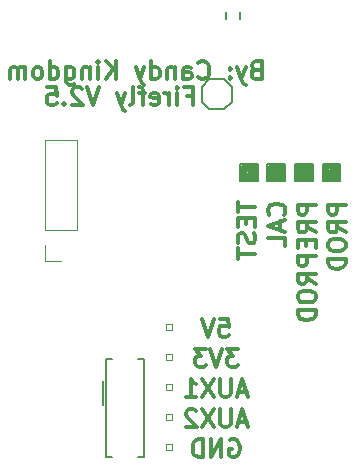
<source format=gbr>
G04 #@! TF.FileFunction,Legend,Bot*
%FSLAX46Y46*%
G04 Gerber Fmt 4.6, Leading zero omitted, Abs format (unit mm)*
G04 Created by KiCad (PCBNEW 4.0.7-e2-6376~61~ubuntu18.04.1) date Mon Jul 23 20:51:16 2018*
%MOMM*%
%LPD*%
G01*
G04 APERTURE LIST*
%ADD10C,0.100000*%
%ADD11C,0.300000*%
%ADD12C,0.150000*%
%ADD13C,0.066040*%
%ADD14C,0.152400*%
%ADD15C,0.203200*%
%ADD16C,0.120000*%
G04 APERTURE END LIST*
D10*
D11*
X166992857Y-50142857D02*
X166778571Y-50214286D01*
X166707143Y-50285714D01*
X166635714Y-50428571D01*
X166635714Y-50642857D01*
X166707143Y-50785714D01*
X166778571Y-50857143D01*
X166921429Y-50928571D01*
X167492857Y-50928571D01*
X167492857Y-49428571D01*
X166992857Y-49428571D01*
X166850000Y-49500000D01*
X166778571Y-49571429D01*
X166707143Y-49714286D01*
X166707143Y-49857143D01*
X166778571Y-50000000D01*
X166850000Y-50071429D01*
X166992857Y-50142857D01*
X167492857Y-50142857D01*
X166135714Y-49928571D02*
X165778571Y-50928571D01*
X165421429Y-49928571D02*
X165778571Y-50928571D01*
X165921429Y-51285714D01*
X165992857Y-51357143D01*
X166135714Y-51428571D01*
X164850000Y-50785714D02*
X164778572Y-50857143D01*
X164850000Y-50928571D01*
X164921429Y-50857143D01*
X164850000Y-50785714D01*
X164850000Y-50928571D01*
X164850000Y-50000000D02*
X164778572Y-50071429D01*
X164850000Y-50142857D01*
X164921429Y-50071429D01*
X164850000Y-50000000D01*
X164850000Y-50142857D01*
X162135714Y-50785714D02*
X162207143Y-50857143D01*
X162421429Y-50928571D01*
X162564286Y-50928571D01*
X162778571Y-50857143D01*
X162921429Y-50714286D01*
X162992857Y-50571429D01*
X163064286Y-50285714D01*
X163064286Y-50071429D01*
X162992857Y-49785714D01*
X162921429Y-49642857D01*
X162778571Y-49500000D01*
X162564286Y-49428571D01*
X162421429Y-49428571D01*
X162207143Y-49500000D01*
X162135714Y-49571429D01*
X160850000Y-50928571D02*
X160850000Y-50142857D01*
X160921429Y-50000000D01*
X161064286Y-49928571D01*
X161350000Y-49928571D01*
X161492857Y-50000000D01*
X160850000Y-50857143D02*
X160992857Y-50928571D01*
X161350000Y-50928571D01*
X161492857Y-50857143D01*
X161564286Y-50714286D01*
X161564286Y-50571429D01*
X161492857Y-50428571D01*
X161350000Y-50357143D01*
X160992857Y-50357143D01*
X160850000Y-50285714D01*
X160135714Y-49928571D02*
X160135714Y-50928571D01*
X160135714Y-50071429D02*
X160064286Y-50000000D01*
X159921428Y-49928571D01*
X159707143Y-49928571D01*
X159564286Y-50000000D01*
X159492857Y-50142857D01*
X159492857Y-50928571D01*
X158135714Y-50928571D02*
X158135714Y-49428571D01*
X158135714Y-50857143D02*
X158278571Y-50928571D01*
X158564285Y-50928571D01*
X158707143Y-50857143D01*
X158778571Y-50785714D01*
X158850000Y-50642857D01*
X158850000Y-50214286D01*
X158778571Y-50071429D01*
X158707143Y-50000000D01*
X158564285Y-49928571D01*
X158278571Y-49928571D01*
X158135714Y-50000000D01*
X157564285Y-49928571D02*
X157207142Y-50928571D01*
X156850000Y-49928571D02*
X157207142Y-50928571D01*
X157350000Y-51285714D01*
X157421428Y-51357143D01*
X157564285Y-51428571D01*
X155135714Y-50928571D02*
X155135714Y-49428571D01*
X154278571Y-50928571D02*
X154921428Y-50071429D01*
X154278571Y-49428571D02*
X155135714Y-50285714D01*
X153635714Y-50928571D02*
X153635714Y-49928571D01*
X153635714Y-49428571D02*
X153707143Y-49500000D01*
X153635714Y-49571429D01*
X153564286Y-49500000D01*
X153635714Y-49428571D01*
X153635714Y-49571429D01*
X152921428Y-49928571D02*
X152921428Y-50928571D01*
X152921428Y-50071429D02*
X152850000Y-50000000D01*
X152707142Y-49928571D01*
X152492857Y-49928571D01*
X152350000Y-50000000D01*
X152278571Y-50142857D01*
X152278571Y-50928571D01*
X150921428Y-49928571D02*
X150921428Y-51142857D01*
X150992857Y-51285714D01*
X151064285Y-51357143D01*
X151207142Y-51428571D01*
X151421428Y-51428571D01*
X151564285Y-51357143D01*
X150921428Y-50857143D02*
X151064285Y-50928571D01*
X151349999Y-50928571D01*
X151492857Y-50857143D01*
X151564285Y-50785714D01*
X151635714Y-50642857D01*
X151635714Y-50214286D01*
X151564285Y-50071429D01*
X151492857Y-50000000D01*
X151349999Y-49928571D01*
X151064285Y-49928571D01*
X150921428Y-50000000D01*
X149564285Y-50928571D02*
X149564285Y-49428571D01*
X149564285Y-50857143D02*
X149707142Y-50928571D01*
X149992856Y-50928571D01*
X150135714Y-50857143D01*
X150207142Y-50785714D01*
X150278571Y-50642857D01*
X150278571Y-50214286D01*
X150207142Y-50071429D01*
X150135714Y-50000000D01*
X149992856Y-49928571D01*
X149707142Y-49928571D01*
X149564285Y-50000000D01*
X148635713Y-50928571D02*
X148778571Y-50857143D01*
X148849999Y-50785714D01*
X148921428Y-50642857D01*
X148921428Y-50214286D01*
X148849999Y-50071429D01*
X148778571Y-50000000D01*
X148635713Y-49928571D01*
X148421428Y-49928571D01*
X148278571Y-50000000D01*
X148207142Y-50071429D01*
X148135713Y-50214286D01*
X148135713Y-50642857D01*
X148207142Y-50785714D01*
X148278571Y-50857143D01*
X148421428Y-50928571D01*
X148635713Y-50928571D01*
X147492856Y-50928571D02*
X147492856Y-49928571D01*
X147492856Y-50071429D02*
X147421428Y-50000000D01*
X147278570Y-49928571D01*
X147064285Y-49928571D01*
X146921428Y-50000000D01*
X146849999Y-50142857D01*
X146849999Y-50928571D01*
X146849999Y-50142857D02*
X146778570Y-50000000D01*
X146635713Y-49928571D01*
X146421428Y-49928571D01*
X146278570Y-50000000D01*
X146207142Y-50142857D01*
X146207142Y-50928571D01*
D12*
X173100000Y-59200000D02*
X173100000Y-58300000D01*
X173450000Y-58900000D02*
X173100000Y-59200000D01*
X173450000Y-58800000D02*
X173450000Y-58900000D01*
X173550000Y-58800000D02*
X173450000Y-58800000D01*
X173550000Y-58950000D02*
X173550000Y-58800000D01*
X173350000Y-58950000D02*
X173550000Y-58950000D01*
X173350000Y-58900000D02*
X173350000Y-58950000D01*
X173350000Y-58700000D02*
X173350000Y-58900000D01*
X173650000Y-58700000D02*
X173350000Y-58700000D01*
X173650000Y-59050000D02*
X173650000Y-58700000D01*
X173250000Y-59050000D02*
X173650000Y-59050000D01*
X173250000Y-59000000D02*
X173250000Y-59050000D01*
X173250000Y-58600000D02*
X173250000Y-59000000D01*
X173750000Y-58600000D02*
X173250000Y-58600000D01*
X173750000Y-59150000D02*
X173750000Y-58600000D01*
X173150000Y-59150000D02*
X173750000Y-59150000D01*
X173150000Y-58450000D02*
X173150000Y-59150000D01*
X173850000Y-58450000D02*
X173150000Y-58450000D01*
X173850000Y-59300000D02*
X173850000Y-58450000D01*
X173000000Y-59300000D02*
X173850000Y-59300000D01*
X173000000Y-58300000D02*
X173000000Y-59300000D01*
X173950000Y-58300000D02*
X173000000Y-58300000D01*
X173950000Y-59400000D02*
X173950000Y-58300000D01*
X172850000Y-59400000D02*
X173950000Y-59400000D01*
X172850000Y-58200000D02*
X172850000Y-59400000D01*
X174050000Y-58200000D02*
X172850000Y-58200000D01*
X174050000Y-59500000D02*
X174050000Y-58200000D01*
X172750000Y-59500000D02*
X174050000Y-59500000D01*
X172750000Y-58200000D02*
X172750000Y-59500000D01*
X171150000Y-58850000D02*
X171150000Y-58950000D01*
X171050000Y-58850000D02*
X171150000Y-58850000D01*
X171050000Y-58700000D02*
X171050000Y-58850000D01*
X171250000Y-58700000D02*
X171050000Y-58700000D01*
X171250000Y-59000000D02*
X171250000Y-58700000D01*
X170950000Y-59000000D02*
X171250000Y-59000000D01*
X170950000Y-58600000D02*
X170950000Y-59000000D01*
X171350000Y-58600000D02*
X170950000Y-58600000D01*
X171350000Y-59100000D02*
X171350000Y-58600000D01*
X170850000Y-59100000D02*
X171350000Y-59100000D01*
X170850000Y-58450000D02*
X170850000Y-59100000D01*
X170950000Y-58450000D02*
X170850000Y-58450000D01*
X171450000Y-58450000D02*
X170950000Y-58450000D01*
X171450000Y-59200000D02*
X171450000Y-58450000D01*
X170750000Y-59200000D02*
X171450000Y-59200000D01*
X170750000Y-58400000D02*
X170750000Y-59200000D01*
X171550000Y-58400000D02*
X170750000Y-58400000D01*
X171550000Y-59300000D02*
X171550000Y-58400000D01*
X170650000Y-59300000D02*
X171550000Y-59300000D01*
X170650000Y-58300000D02*
X170650000Y-59300000D01*
X171650000Y-58300000D02*
X170650000Y-58300000D01*
X171650000Y-59400000D02*
X171650000Y-58300000D01*
X170550000Y-59400000D02*
X171650000Y-59400000D01*
X170550000Y-58200000D02*
X170550000Y-59400000D01*
X171750000Y-58200000D02*
X170550000Y-58200000D01*
X171750000Y-59500000D02*
X171750000Y-58200000D01*
X170450000Y-59500000D02*
X171750000Y-59500000D01*
X170450000Y-58200000D02*
X170450000Y-59500000D01*
X168600000Y-58950000D02*
X168550000Y-58900000D01*
X168800000Y-58950000D02*
X168600000Y-58950000D01*
X168800000Y-58800000D02*
X168800000Y-58950000D01*
X168450000Y-58800000D02*
X168800000Y-58800000D01*
X168450000Y-59050000D02*
X168450000Y-58800000D01*
X168900000Y-59050000D02*
X168450000Y-59050000D01*
X168900000Y-58700000D02*
X168900000Y-59050000D01*
X168350000Y-58700000D02*
X168900000Y-58700000D01*
X168350000Y-59150000D02*
X168350000Y-58700000D01*
X169000000Y-59150000D02*
X168350000Y-59150000D01*
X169000000Y-58600000D02*
X169000000Y-59150000D01*
X168250000Y-58600000D02*
X169000000Y-58600000D01*
X168250000Y-59300000D02*
X168250000Y-58600000D01*
X169050000Y-59300000D02*
X168250000Y-59300000D01*
X169050000Y-59250000D02*
X169050000Y-59300000D01*
X169150000Y-59300000D02*
X169050000Y-59250000D01*
X169100000Y-59250000D02*
X169150000Y-59300000D01*
X169100000Y-58500000D02*
X169100000Y-59250000D01*
X169200000Y-58500000D02*
X169100000Y-58500000D01*
X168150000Y-58500000D02*
X169200000Y-58500000D01*
X168150000Y-59400000D02*
X168150000Y-58500000D01*
X169250000Y-59400000D02*
X168150000Y-59400000D01*
X169250000Y-58400000D02*
X169250000Y-59400000D01*
X169300000Y-58400000D02*
X169250000Y-58400000D01*
X168050000Y-58400000D02*
X169300000Y-58400000D01*
X168050000Y-58250000D02*
X168050000Y-58400000D01*
X168050000Y-59500000D02*
X168050000Y-58250000D01*
X169350000Y-59500000D02*
X168050000Y-59500000D01*
X169350000Y-58250000D02*
X169350000Y-59500000D01*
X168100000Y-58250000D02*
X169350000Y-58250000D01*
X166500000Y-58850000D02*
X166600000Y-58850000D01*
X166300000Y-58850000D02*
X166500000Y-58850000D01*
X166300000Y-58950000D02*
X166300000Y-58850000D01*
X166600000Y-58950000D02*
X166300000Y-58950000D01*
X166600000Y-58750000D02*
X166600000Y-58950000D01*
X166550000Y-58750000D02*
X166600000Y-58750000D01*
X166200000Y-58750000D02*
X166550000Y-58750000D01*
X166200000Y-59100000D02*
X166200000Y-58750000D01*
X166600000Y-59100000D02*
X166200000Y-59100000D01*
X166700000Y-59050000D02*
X166700000Y-59100000D01*
X166700000Y-58650000D02*
X166700000Y-59050000D01*
X166100000Y-58650000D02*
X166700000Y-58650000D01*
X166100000Y-59200000D02*
X166100000Y-58650000D01*
X166800000Y-59200000D02*
X166100000Y-59200000D01*
X166800000Y-58550000D02*
X166800000Y-59200000D01*
X166000000Y-58550000D02*
X166800000Y-58550000D01*
X166000000Y-59300000D02*
X166000000Y-58550000D01*
X166900000Y-59300000D02*
X166000000Y-59300000D01*
X166900000Y-58450000D02*
X166900000Y-59300000D01*
X165900000Y-58450000D02*
X166900000Y-58450000D01*
X165900000Y-59400000D02*
X165900000Y-58450000D01*
X167000000Y-59400000D02*
X165900000Y-59400000D01*
X167000000Y-58350000D02*
X167000000Y-59400000D01*
X165800000Y-58350000D02*
X167000000Y-58350000D01*
X165800000Y-59500000D02*
X165800000Y-58350000D01*
X167100000Y-59500000D02*
X165800000Y-59500000D01*
X167100000Y-58250000D02*
X167100000Y-59500000D01*
X165800000Y-58250000D02*
X167100000Y-58250000D01*
X172650000Y-58100000D02*
X172650000Y-59600000D01*
X174150000Y-58100000D02*
X172650000Y-58100000D01*
X174150000Y-59600000D02*
X174150000Y-58100000D01*
X172650000Y-59600000D02*
X174150000Y-59600000D01*
X170350000Y-58100000D02*
X170350000Y-59600000D01*
X171850000Y-58100000D02*
X170350000Y-58100000D01*
X171850000Y-59600000D02*
X171850000Y-58100000D01*
X170350000Y-59600000D02*
X171850000Y-59600000D01*
X167950000Y-58100000D02*
X167950000Y-59600000D01*
X169450000Y-58100000D02*
X167950000Y-58100000D01*
X169450000Y-59600000D02*
X169450000Y-58100000D01*
X167950000Y-59600000D02*
X169450000Y-59600000D01*
X165700000Y-58100000D02*
X165700000Y-59600000D01*
X167200000Y-58100000D02*
X165700000Y-58100000D01*
X167200000Y-59600000D02*
X167200000Y-58100000D01*
X165700000Y-59600000D02*
X167200000Y-59600000D01*
D11*
X165453571Y-61342857D02*
X165453571Y-62200000D01*
X166953571Y-61771429D02*
X165453571Y-61771429D01*
X166167857Y-62700000D02*
X166167857Y-63200000D01*
X166953571Y-63414286D02*
X166953571Y-62700000D01*
X165453571Y-62700000D01*
X165453571Y-63414286D01*
X166882143Y-63985714D02*
X166953571Y-64200000D01*
X166953571Y-64557143D01*
X166882143Y-64700000D01*
X166810714Y-64771429D01*
X166667857Y-64842857D01*
X166525000Y-64842857D01*
X166382143Y-64771429D01*
X166310714Y-64700000D01*
X166239286Y-64557143D01*
X166167857Y-64271429D01*
X166096429Y-64128571D01*
X166025000Y-64057143D01*
X165882143Y-63985714D01*
X165739286Y-63985714D01*
X165596429Y-64057143D01*
X165525000Y-64128571D01*
X165453571Y-64271429D01*
X165453571Y-64628571D01*
X165525000Y-64842857D01*
X165453571Y-65271428D02*
X165453571Y-66128571D01*
X166953571Y-65700000D02*
X165453571Y-65700000D01*
X169360714Y-62414286D02*
X169432143Y-62342857D01*
X169503571Y-62128571D01*
X169503571Y-61985714D01*
X169432143Y-61771429D01*
X169289286Y-61628571D01*
X169146429Y-61557143D01*
X168860714Y-61485714D01*
X168646429Y-61485714D01*
X168360714Y-61557143D01*
X168217857Y-61628571D01*
X168075000Y-61771429D01*
X168003571Y-61985714D01*
X168003571Y-62128571D01*
X168075000Y-62342857D01*
X168146429Y-62414286D01*
X169075000Y-62985714D02*
X169075000Y-63700000D01*
X169503571Y-62842857D02*
X168003571Y-63342857D01*
X169503571Y-63842857D01*
X169503571Y-65057143D02*
X169503571Y-64342857D01*
X168003571Y-64342857D01*
X172053571Y-61557143D02*
X170553571Y-61557143D01*
X170553571Y-62128571D01*
X170625000Y-62271429D01*
X170696429Y-62342857D01*
X170839286Y-62414286D01*
X171053571Y-62414286D01*
X171196429Y-62342857D01*
X171267857Y-62271429D01*
X171339286Y-62128571D01*
X171339286Y-61557143D01*
X172053571Y-63914286D02*
X171339286Y-63414286D01*
X172053571Y-63057143D02*
X170553571Y-63057143D01*
X170553571Y-63628571D01*
X170625000Y-63771429D01*
X170696429Y-63842857D01*
X170839286Y-63914286D01*
X171053571Y-63914286D01*
X171196429Y-63842857D01*
X171267857Y-63771429D01*
X171339286Y-63628571D01*
X171339286Y-63057143D01*
X171267857Y-64557143D02*
X171267857Y-65057143D01*
X172053571Y-65271429D02*
X172053571Y-64557143D01*
X170553571Y-64557143D01*
X170553571Y-65271429D01*
X172053571Y-65914286D02*
X170553571Y-65914286D01*
X170553571Y-66485714D01*
X170625000Y-66628572D01*
X170696429Y-66700000D01*
X170839286Y-66771429D01*
X171053571Y-66771429D01*
X171196429Y-66700000D01*
X171267857Y-66628572D01*
X171339286Y-66485714D01*
X171339286Y-65914286D01*
X172053571Y-68271429D02*
X171339286Y-67771429D01*
X172053571Y-67414286D02*
X170553571Y-67414286D01*
X170553571Y-67985714D01*
X170625000Y-68128572D01*
X170696429Y-68200000D01*
X170839286Y-68271429D01*
X171053571Y-68271429D01*
X171196429Y-68200000D01*
X171267857Y-68128572D01*
X171339286Y-67985714D01*
X171339286Y-67414286D01*
X170553571Y-69200000D02*
X170553571Y-69485714D01*
X170625000Y-69628572D01*
X170767857Y-69771429D01*
X171053571Y-69842857D01*
X171553571Y-69842857D01*
X171839286Y-69771429D01*
X171982143Y-69628572D01*
X172053571Y-69485714D01*
X172053571Y-69200000D01*
X171982143Y-69057143D01*
X171839286Y-68914286D01*
X171553571Y-68842857D01*
X171053571Y-68842857D01*
X170767857Y-68914286D01*
X170625000Y-69057143D01*
X170553571Y-69200000D01*
X172053571Y-70485715D02*
X170553571Y-70485715D01*
X170553571Y-70842858D01*
X170625000Y-71057143D01*
X170767857Y-71200001D01*
X170910714Y-71271429D01*
X171196429Y-71342858D01*
X171410714Y-71342858D01*
X171696429Y-71271429D01*
X171839286Y-71200001D01*
X171982143Y-71057143D01*
X172053571Y-70842858D01*
X172053571Y-70485715D01*
X174603571Y-61557143D02*
X173103571Y-61557143D01*
X173103571Y-62128571D01*
X173175000Y-62271429D01*
X173246429Y-62342857D01*
X173389286Y-62414286D01*
X173603571Y-62414286D01*
X173746429Y-62342857D01*
X173817857Y-62271429D01*
X173889286Y-62128571D01*
X173889286Y-61557143D01*
X174603571Y-63914286D02*
X173889286Y-63414286D01*
X174603571Y-63057143D02*
X173103571Y-63057143D01*
X173103571Y-63628571D01*
X173175000Y-63771429D01*
X173246429Y-63842857D01*
X173389286Y-63914286D01*
X173603571Y-63914286D01*
X173746429Y-63842857D01*
X173817857Y-63771429D01*
X173889286Y-63628571D01*
X173889286Y-63057143D01*
X173103571Y-64842857D02*
X173103571Y-65128571D01*
X173175000Y-65271429D01*
X173317857Y-65414286D01*
X173603571Y-65485714D01*
X174103571Y-65485714D01*
X174389286Y-65414286D01*
X174532143Y-65271429D01*
X174603571Y-65128571D01*
X174603571Y-64842857D01*
X174532143Y-64700000D01*
X174389286Y-64557143D01*
X174103571Y-64485714D01*
X173603571Y-64485714D01*
X173317857Y-64557143D01*
X173175000Y-64700000D01*
X173103571Y-64842857D01*
X174603571Y-66128572D02*
X173103571Y-66128572D01*
X173103571Y-66485715D01*
X173175000Y-66700000D01*
X173317857Y-66842858D01*
X173460714Y-66914286D01*
X173746429Y-66985715D01*
X173960714Y-66985715D01*
X174246429Y-66914286D01*
X174389286Y-66842858D01*
X174532143Y-66700000D01*
X174603571Y-66485715D01*
X174603571Y-66128572D01*
X161142856Y-52342857D02*
X161642856Y-52342857D01*
X161642856Y-53128571D02*
X161642856Y-51628571D01*
X160928570Y-51628571D01*
X160357142Y-53128571D02*
X160357142Y-52128571D01*
X160357142Y-51628571D02*
X160428571Y-51700000D01*
X160357142Y-51771429D01*
X160285714Y-51700000D01*
X160357142Y-51628571D01*
X160357142Y-51771429D01*
X159642856Y-53128571D02*
X159642856Y-52128571D01*
X159642856Y-52414286D02*
X159571428Y-52271429D01*
X159499999Y-52200000D01*
X159357142Y-52128571D01*
X159214285Y-52128571D01*
X158142857Y-53057143D02*
X158285714Y-53128571D01*
X158571428Y-53128571D01*
X158714285Y-53057143D01*
X158785714Y-52914286D01*
X158785714Y-52342857D01*
X158714285Y-52200000D01*
X158571428Y-52128571D01*
X158285714Y-52128571D01*
X158142857Y-52200000D01*
X158071428Y-52342857D01*
X158071428Y-52485714D01*
X158785714Y-52628571D01*
X157642857Y-52128571D02*
X157071428Y-52128571D01*
X157428571Y-53128571D02*
X157428571Y-51842857D01*
X157357143Y-51700000D01*
X157214285Y-51628571D01*
X157071428Y-51628571D01*
X156357142Y-53128571D02*
X156500000Y-53057143D01*
X156571428Y-52914286D01*
X156571428Y-51628571D01*
X155928571Y-52128571D02*
X155571428Y-53128571D01*
X155214286Y-52128571D02*
X155571428Y-53128571D01*
X155714286Y-53485714D01*
X155785714Y-53557143D01*
X155928571Y-53628571D01*
X153714286Y-51628571D02*
X153214286Y-53128571D01*
X152714286Y-51628571D01*
X152285715Y-51771429D02*
X152214286Y-51700000D01*
X152071429Y-51628571D01*
X151714286Y-51628571D01*
X151571429Y-51700000D01*
X151500000Y-51771429D01*
X151428572Y-51914286D01*
X151428572Y-52057143D01*
X151500000Y-52271429D01*
X152357143Y-53128571D01*
X151428572Y-53128571D01*
X150785715Y-52985714D02*
X150714287Y-53057143D01*
X150785715Y-53128571D01*
X150857144Y-53057143D01*
X150785715Y-52985714D01*
X150785715Y-53128571D01*
X149357143Y-51628571D02*
X150071429Y-51628571D01*
X150142858Y-52342857D01*
X150071429Y-52271429D01*
X149928572Y-52200000D01*
X149571429Y-52200000D01*
X149428572Y-52271429D01*
X149357143Y-52342857D01*
X149285715Y-52485714D01*
X149285715Y-52842857D01*
X149357143Y-52985714D01*
X149428572Y-53057143D01*
X149571429Y-53128571D01*
X149928572Y-53128571D01*
X150071429Y-53057143D01*
X150142858Y-52985714D01*
X163935713Y-71228571D02*
X164649999Y-71228571D01*
X164721428Y-71942857D01*
X164649999Y-71871429D01*
X164507142Y-71800000D01*
X164149999Y-71800000D01*
X164007142Y-71871429D01*
X163935713Y-71942857D01*
X163864285Y-72085714D01*
X163864285Y-72442857D01*
X163935713Y-72585714D01*
X164007142Y-72657143D01*
X164149999Y-72728571D01*
X164507142Y-72728571D01*
X164649999Y-72657143D01*
X164721428Y-72585714D01*
X163435714Y-71228571D02*
X162935714Y-72728571D01*
X162435714Y-71228571D01*
X165507142Y-73778571D02*
X164578571Y-73778571D01*
X165078571Y-74350000D01*
X164864285Y-74350000D01*
X164721428Y-74421429D01*
X164649999Y-74492857D01*
X164578571Y-74635714D01*
X164578571Y-74992857D01*
X164649999Y-75135714D01*
X164721428Y-75207143D01*
X164864285Y-75278571D01*
X165292857Y-75278571D01*
X165435714Y-75207143D01*
X165507142Y-75135714D01*
X164150000Y-73778571D02*
X163650000Y-75278571D01*
X163150000Y-73778571D01*
X162792857Y-73778571D02*
X161864286Y-73778571D01*
X162364286Y-74350000D01*
X162150000Y-74350000D01*
X162007143Y-74421429D01*
X161935714Y-74492857D01*
X161864286Y-74635714D01*
X161864286Y-74992857D01*
X161935714Y-75135714D01*
X162007143Y-75207143D01*
X162150000Y-75278571D01*
X162578572Y-75278571D01*
X162721429Y-75207143D01*
X162792857Y-75135714D01*
X166221428Y-77400000D02*
X165507142Y-77400000D01*
X166364285Y-77828571D02*
X165864285Y-76328571D01*
X165364285Y-77828571D01*
X164864285Y-76328571D02*
X164864285Y-77542857D01*
X164792857Y-77685714D01*
X164721428Y-77757143D01*
X164578571Y-77828571D01*
X164292857Y-77828571D01*
X164149999Y-77757143D01*
X164078571Y-77685714D01*
X164007142Y-77542857D01*
X164007142Y-76328571D01*
X163435713Y-76328571D02*
X162435713Y-77828571D01*
X162435713Y-76328571D02*
X163435713Y-77828571D01*
X161078571Y-77828571D02*
X161935714Y-77828571D01*
X161507142Y-77828571D02*
X161507142Y-76328571D01*
X161649999Y-76542857D01*
X161792857Y-76685714D01*
X161935714Y-76757143D01*
X166221428Y-79950000D02*
X165507142Y-79950000D01*
X166364285Y-80378571D02*
X165864285Y-78878571D01*
X165364285Y-80378571D01*
X164864285Y-78878571D02*
X164864285Y-80092857D01*
X164792857Y-80235714D01*
X164721428Y-80307143D01*
X164578571Y-80378571D01*
X164292857Y-80378571D01*
X164149999Y-80307143D01*
X164078571Y-80235714D01*
X164007142Y-80092857D01*
X164007142Y-78878571D01*
X163435713Y-78878571D02*
X162435713Y-80378571D01*
X162435713Y-78878571D02*
X163435713Y-80378571D01*
X161935714Y-79021429D02*
X161864285Y-78950000D01*
X161721428Y-78878571D01*
X161364285Y-78878571D01*
X161221428Y-78950000D01*
X161149999Y-79021429D01*
X161078571Y-79164286D01*
X161078571Y-79307143D01*
X161149999Y-79521429D01*
X162007142Y-80378571D01*
X161078571Y-80378571D01*
X164792857Y-81500000D02*
X164935714Y-81428571D01*
X165150000Y-81428571D01*
X165364285Y-81500000D01*
X165507143Y-81642857D01*
X165578571Y-81785714D01*
X165650000Y-82071429D01*
X165650000Y-82285714D01*
X165578571Y-82571429D01*
X165507143Y-82714286D01*
X165364285Y-82857143D01*
X165150000Y-82928571D01*
X165007143Y-82928571D01*
X164792857Y-82857143D01*
X164721428Y-82785714D01*
X164721428Y-82285714D01*
X165007143Y-82285714D01*
X164078571Y-82928571D02*
X164078571Y-81428571D01*
X163221428Y-82928571D01*
X163221428Y-81428571D01*
X162507142Y-82928571D02*
X162507142Y-81428571D01*
X162149999Y-81428571D01*
X161935714Y-81500000D01*
X161792856Y-81642857D01*
X161721428Y-81785714D01*
X161649999Y-82071429D01*
X161649999Y-82285714D01*
X161721428Y-82571429D01*
X161792856Y-82714286D01*
X161935714Y-82857143D01*
X162149999Y-82928571D01*
X162507142Y-82928571D01*
D12*
X154795000Y-74650000D02*
X154320000Y-74650000D01*
X154320000Y-74650000D02*
X154320000Y-82950000D01*
X154320000Y-82950000D02*
X154795000Y-82950000D01*
X157045000Y-74650000D02*
X157520000Y-74650000D01*
X157520000Y-74650000D02*
X157520000Y-82950000D01*
X157520000Y-82950000D02*
X157045000Y-82950000D01*
X154020000Y-76500000D02*
X154020000Y-78500000D01*
D13*
X159904000Y-81816000D02*
X159904000Y-82324000D01*
X159904000Y-82324000D02*
X159396000Y-82324000D01*
X159396000Y-81816000D02*
X159396000Y-82324000D01*
X159904000Y-81816000D02*
X159396000Y-81816000D01*
X159904000Y-79276000D02*
X159904000Y-79784000D01*
X159904000Y-79784000D02*
X159396000Y-79784000D01*
X159396000Y-79276000D02*
X159396000Y-79784000D01*
X159904000Y-79276000D02*
X159396000Y-79276000D01*
X159904000Y-76736000D02*
X159904000Y-77244000D01*
X159904000Y-77244000D02*
X159396000Y-77244000D01*
X159396000Y-76736000D02*
X159396000Y-77244000D01*
X159904000Y-76736000D02*
X159396000Y-76736000D01*
X159904000Y-74196000D02*
X159904000Y-74704000D01*
X159904000Y-74704000D02*
X159396000Y-74704000D01*
X159396000Y-74196000D02*
X159396000Y-74704000D01*
X159904000Y-74196000D02*
X159396000Y-74196000D01*
X159904000Y-71656000D02*
X159904000Y-72164000D01*
X159904000Y-72164000D02*
X159396000Y-72164000D01*
X159396000Y-71656000D02*
X159396000Y-72164000D01*
X159904000Y-71656000D02*
X159396000Y-71656000D01*
D14*
X165677360Y-45260046D02*
X165677360Y-45859486D01*
X164478480Y-45260046D02*
X164478480Y-45859486D01*
D15*
X164970000Y-51565000D02*
X164335000Y-50930000D01*
X164335000Y-50930000D02*
X163065000Y-50930000D01*
X163065000Y-50930000D02*
X162430000Y-51565000D01*
X162430000Y-51565000D02*
X162430000Y-52835000D01*
X162430000Y-52835000D02*
X163065000Y-53470000D01*
X163065000Y-53470000D02*
X164335000Y-53470000D01*
X164335000Y-53470000D02*
X164970000Y-52835000D01*
X164970000Y-52835000D02*
X164970000Y-51565000D01*
D16*
X149170000Y-56050000D02*
X151830000Y-56050000D01*
X149170000Y-63730000D02*
X149170000Y-56050000D01*
X151830000Y-63730000D02*
X151830000Y-56050000D01*
X149170000Y-63730000D02*
X151830000Y-63730000D01*
X149170000Y-65000000D02*
X149170000Y-66330000D01*
X149170000Y-66330000D02*
X150500000Y-66330000D01*
M02*

</source>
